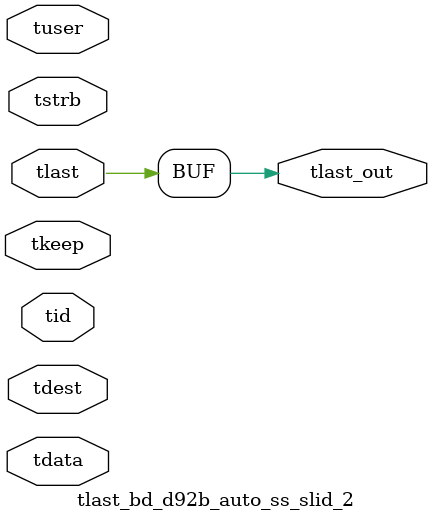
<source format=v>


`timescale 1ps/1ps

module tlast_bd_d92b_auto_ss_slid_2 #
(
parameter C_S_AXIS_TID_WIDTH   = 1,
parameter C_S_AXIS_TUSER_WIDTH = 0,
parameter C_S_AXIS_TDATA_WIDTH = 0,
parameter C_S_AXIS_TDEST_WIDTH = 0
)
(
input  [(C_S_AXIS_TID_WIDTH   == 0 ? 1 : C_S_AXIS_TID_WIDTH)-1:0       ] tid,
input  [(C_S_AXIS_TDATA_WIDTH == 0 ? 1 : C_S_AXIS_TDATA_WIDTH)-1:0     ] tdata,
input  [(C_S_AXIS_TUSER_WIDTH == 0 ? 1 : C_S_AXIS_TUSER_WIDTH)-1:0     ] tuser,
input  [(C_S_AXIS_TDEST_WIDTH == 0 ? 1 : C_S_AXIS_TDEST_WIDTH)-1:0     ] tdest,
input  [(C_S_AXIS_TDATA_WIDTH/8)-1:0 ] tkeep,
input  [(C_S_AXIS_TDATA_WIDTH/8)-1:0 ] tstrb,
input  [0:0]                                                             tlast,
output                                                                   tlast_out
);

assign tlast_out = {tlast};

endmodule


</source>
